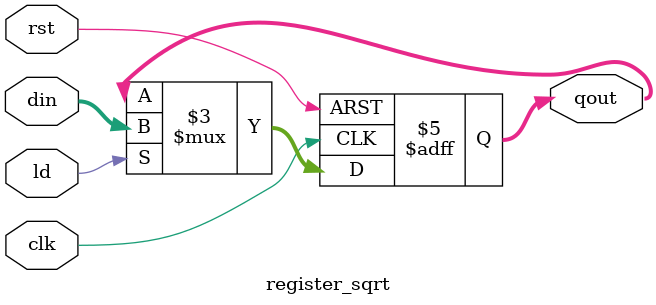
<source format=v>
module register_sqrt(clk, rst, ld, din, qout);
    /*
        Register 
        this module used to save values
        default size of register is 32 but can be modified using parameters
    */
    parameter SIZE = 32;
    input clk, rst, ld;
    input[SIZE - 1 : 0] din;
    output reg[SIZE - 1 : 0] qout;
    always @(posedge clk, posedge rst) begin
        if(rst) begin
            qout <= 0;
        end
        else if(ld) begin
            qout <= din; 
        end
        else begin
            qout <= qout; 
        end
    end

endmodule


</source>
